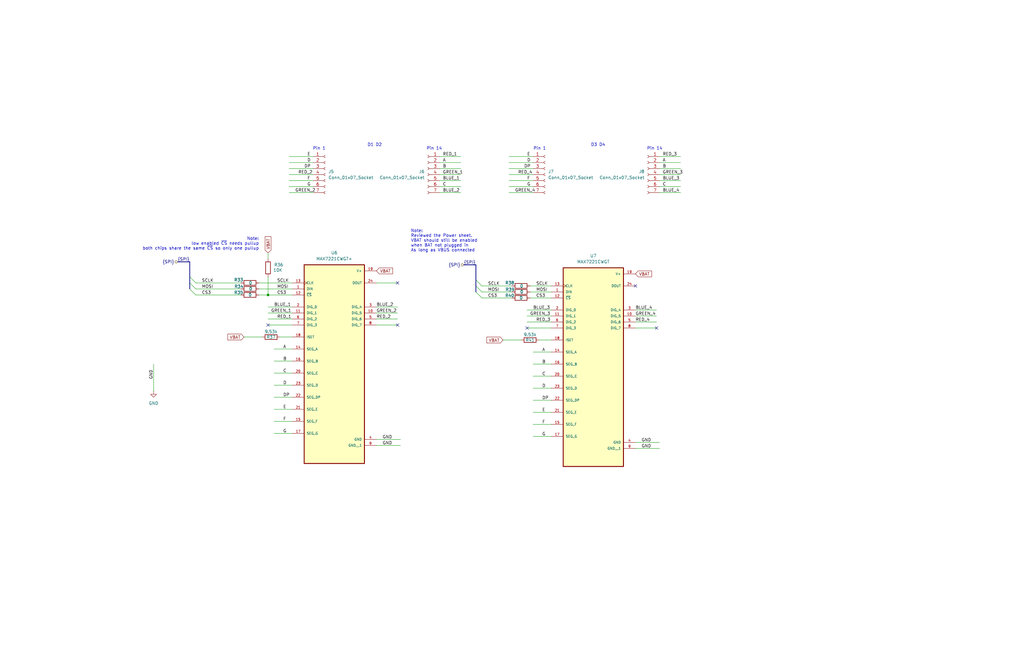
<source format=kicad_sch>
(kicad_sch (version 20231120) (generator "eeschema") (generator_version "8.0")
  (paper "B")
  (lib_symbols
    (symbol "Connector:Conn_01x07_Socket" (pin_names (offset 1.016) hide)
      (property "Reference" "J" (at 0 10.16 0))
      (property "Value" "Conn_01x07_Socket" (at 0 -10.16 0))
      (symbol "Conn_01x07_Socket_1_1"
        (arc (start 0 -7.112) (mid -0.5058 -7.62) (end 0 -8.128) (stroke (width 0.1524)))
        (arc (start 0 -4.572) (mid -0.5058 -5.08) (end 0 -5.588) (stroke (width 0.1524)))
        (arc (start 0 -2.032) (mid -0.5058 -2.54) (end 0 -3.048) (stroke (width 0.1524)))
        (polyline (pts (xy -1.27 -7.62) (xy -0.508 -7.62)) (stroke (width 0.1524)))
        (polyline (pts (xy -1.27 -5.08) (xy -0.508 -5.08)) (stroke (width 0.1524)))
        (polyline (pts (xy -1.27 -2.54) (xy -0.508 -2.54)) (stroke (width 0.1524)))
        (polyline (pts (xy -1.27 0) (xy -0.508 0)) (stroke (width 0.1524)))
        (polyline (pts (xy -1.27 2.54) (xy -0.508 2.54)) (stroke (width 0.1524)))
        (polyline (pts (xy -1.27 5.08) (xy -0.508 5.08)) (stroke (width 0.1524)))
        (polyline (pts (xy -1.27 7.62) (xy -0.508 7.62)) (stroke (width 0.1524)))
        (arc (start 0 0.508) (mid -0.5058 0) (end 0 -0.508) (stroke (width 0.1524)))
        (arc (start 0 3.048) (mid -0.5058 2.54) (end 0 2.032) (stroke (width 0.1524)))
        (arc (start 0 5.588) (mid -0.5058 5.08) (end 0 4.572) (stroke (width 0.1524)))
        (arc (start 0 8.128) (mid -0.5058 7.62) (end 0 7.112) (stroke (width 0.1524)))
        (pin passive line (at -5.08 7.62 0) (length 3.81) (name "Pin_1") (number "1"))
        (pin passive line (at -5.08 5.08 0) (length 3.81) (name "Pin_2") (number "2"))
        (pin passive line (at -5.08 2.54 0) (length 3.81) (name "Pin_3") (number "3"))
        (pin passive line (at -5.08 0 0) (length 3.81) (name "Pin_4") (number "4"))
        (pin passive line (at -5.08 -2.54 0) (length 3.81) (name "Pin_5") (number "5"))
        (pin passive line (at -5.08 -5.08 0) (length 3.81) (name "Pin_6") (number "6"))
        (pin passive line (at -5.08 -7.62 0) (length 3.81) (name "Pin_7") (number "7"))
      )
    )
    (symbol "Device:R" (pin_numbers hide) (pin_names (offset 0))
      (property "Reference" "R" (at 2.032 0 90))
      (property "Value" "R" (at 0 0 90))
      (symbol "R_0_1"
        (rectangle (start -1.016 -2.54) (end 1.016 2.54) (stroke (width 0.254)))
      )
      (symbol "R_1_1"
        (pin passive line (at 0 3.81 270) (length 1.27) (name "~") (number "1"))
        (pin passive line (at 0 -3.81 90) (length 1.27) (name "~") (number "2"))
      )
    )
    (symbol "digi_clock_sym:MAX7221CWGT" (pin_names (offset 1.016))
      (property "Reference" "U" (at -12.7 41.64 0))
      (property "Value" "MAX7221CWGT" (at -12.7 -47.18 0))
      (symbol "MAX7221CWGT_0_0"
        (rectangle (start -12.7 40.64) (end 12.7 -43.18) (stroke (width 0.41)) (fill (type background)))
        (pin input line (at -17.78 30.48 0) (length 5.08) (name "DIN") (number "1"))
        (pin bidirectional line (at 17.78 20.32 180) (length 5.08) (name "DIG_5") (number "10"))
        (pin bidirectional line (at -17.78 20.32 0) (length 5.08) (name "DIG_1") (number "11"))
        (pin input line (at -17.78 27.94 0) (length 5.08) (name "~{CS}") (number "12"))
        (pin input clock (at -17.78 33.02 0) (length 5.08) (name "CLK") (number "13"))
        (pin bidirectional line (at -17.78 5.08 0) (length 5.08) (name "SEG_A") (number "14"))
        (pin bidirectional line (at -17.78 -25.4 0) (length 5.08) (name "SEG_F") (number "15"))
        (pin bidirectional line (at -17.78 0 0) (length 5.08) (name "SEG_B") (number "16"))
        (pin bidirectional line (at -17.78 -30.48 0) (length 5.08) (name "SEG_G") (number "17"))
        (pin bidirectional line (at -17.78 10.16 0) (length 5.08) (name "ISET") (number "18"))
        (pin power_in line (at 17.78 38.1 180) (length 5.08) (name "V+") (number "19"))
        (pin bidirectional line (at -17.78 22.86 0) (length 5.08) (name "DIG_0") (number "2"))
        (pin bidirectional line (at -17.78 -5.08 0) (length 5.08) (name "SEG_C") (number "20"))
        (pin bidirectional line (at -17.78 -20.32 0) (length 5.08) (name "SEG_E") (number "21"))
        (pin bidirectional line (at -17.78 -15.24 0) (length 5.08) (name "SEG_DP") (number "22"))
        (pin bidirectional line (at -17.78 -10.16 0) (length 5.08) (name "SEG_D") (number "23"))
        (pin output line (at 17.78 33.02 180) (length 5.08) (name "DOUT") (number "24"))
        (pin bidirectional line (at 17.78 22.86 180) (length 5.08) (name "DIG_4") (number "3"))
        (pin power_in line (at 17.78 -33.02 180) (length 5.08) (name "GND") (number "4"))
        (pin bidirectional line (at 17.78 17.78 180) (length 5.08) (name "DIG_6") (number "5"))
        (pin bidirectional line (at -17.78 17.78 0) (length 5.08) (name "DIG_2") (number "6"))
        (pin bidirectional line (at -17.78 15.24 0) (length 5.08) (name "DIG_3") (number "7"))
        (pin bidirectional line (at 17.78 15.24 180) (length 5.08) (name "DIG_7") (number "8"))
        (pin power_in line (at 17.78 -35.56 180) (length 5.08) (name "GND__1") (number "9"))
      )
    )
    (symbol "power:GND" (power) (pin_numbers hide) (pin_names (offset 0) hide)
      (property "Value" "GND" (at 0 -3.81 0))
      (symbol "GND_0_1"
        (polyline (pts (xy 0 0) (xy 0 -1.27) (xy 1.27 -1.27) (xy 0 -2.54) (xy -1.27 -1.27) (xy 0 -1.27)))
      )
      (symbol "GND_1_1"
        (pin power_in line (at 0 0 270) (length 0) (name "~") (number "1"))
      )
    )
  )
  (junction (at 113.03 124.46))
  (no_connect (at 113.03 137.16))
  (no_connect (at 167.64 119.38))
  (no_connect (at 276.86 138.43))
  (no_connect (at 222.25 138.43))
  (no_connect (at 267.97 120.65))
  (no_connect (at 167.64 137.16))
  (bus_entry (at 200.66 118.11) (size 2.54 2.54))
  (bus_entry (at 200.66 123.19) (size 2.54 2.54))
  (bus_entry (at 200.66 120.65) (size 2.54 2.54))
  (bus_entry (at 80.01 119.38) (size 2.54 2.54))
  (bus_entry (at 80.01 116.84) (size 2.54 2.54))
  (bus_entry (at 80.01 121.92) (size 2.54 2.54))
  (wire (pts (xy 214.63 66.04) (xy 224.79 66.04)))
  (wire (pts (xy 113.03 134.62) (xy 123.19 134.62)))
  (wire (pts (xy 109.22 121.92) (xy 123.19 121.92)))
  (wire (pts (xy 113.03 124.46) (xy 123.19 124.46)))
  (wire (pts (xy 278.13 68.58) (xy 287.02 68.58)))
  (wire (pts (xy 121.92 66.04) (xy 132.08 66.04)))
  (wire (pts (xy 115.57 147.32) (xy 123.19 147.32)))
  (wire (pts (xy 278.13 76.2) (xy 287.02 76.2)))
  (wire (pts (xy 267.97 135.89) (xy 276.86 135.89)))
  (wire (pts (xy 115.57 162.56) (xy 123.19 162.56)))
  (wire (pts (xy 214.63 78.74) (xy 224.79 78.74)))
  (wire (pts (xy 109.22 124.46) (xy 113.03 124.46)))
  (wire (pts (xy 203.2 120.65) (xy 215.9 120.65)))
  (wire (pts (xy 113.03 106.68) (xy 113.03 109.22)))
  (bus (pts (xy 200.66 123.19) (xy 200.66 120.65)))
  (wire (pts (xy 115.57 172.72) (xy 123.19 172.72)))
  (wire (pts (xy 224.79 148.59) (xy 232.41 148.59)))
  (wire (pts (xy 278.13 81.28) (xy 287.02 81.28)))
  (wire (pts (xy 158.75 187.96) (xy 168.91 187.96)))
  (wire (pts (xy 121.92 81.28) (xy 132.08 81.28)))
  (wire (pts (xy 185.42 71.12) (xy 194.31 71.12)))
  (wire (pts (xy 115.57 157.48) (xy 123.19 157.48)))
  (wire (pts (xy 115.57 152.4) (xy 123.19 152.4)))
  (wire (pts (xy 224.79 153.67) (xy 232.41 153.67)))
  (wire (pts (xy 113.03 132.08) (xy 123.19 132.08)))
  (wire (pts (xy 224.79 158.75) (xy 232.41 158.75)))
  (wire (pts (xy 267.97 138.43) (xy 276.86 138.43)))
  (wire (pts (xy 203.2 125.73) (xy 215.9 125.73)))
  (wire (pts (xy 223.52 120.65) (xy 232.41 120.65)))
  (wire (pts (xy 113.03 116.84) (xy 113.03 124.46)))
  (wire (pts (xy 214.63 73.66) (xy 224.79 73.66)))
  (wire (pts (xy 158.75 132.08) (xy 167.64 132.08)))
  (wire (pts (xy 115.57 182.88) (xy 123.19 182.88)))
  (wire (pts (xy 185.42 76.2) (xy 194.31 76.2)))
  (wire (pts (xy 222.25 133.35) (xy 232.41 133.35)))
  (wire (pts (xy 214.63 81.28) (xy 224.79 81.28)))
  (bus (pts (xy 80.01 121.92) (xy 80.01 119.38)))
  (wire (pts (xy 212.09 143.51) (xy 219.71 143.51)))
  (wire (pts (xy 121.92 78.74) (xy 132.08 78.74)))
  (wire (pts (xy 158.75 185.42) (xy 168.91 185.42)))
  (wire (pts (xy 227.33 143.51) (xy 232.41 143.51)))
  (wire (pts (xy 121.92 76.2) (xy 132.08 76.2)))
  (wire (pts (xy 224.79 179.07) (xy 232.41 179.07)))
  (wire (pts (xy 82.55 119.38) (xy 101.6 119.38)))
  (wire (pts (xy 102.87 142.24) (xy 110.49 142.24)))
  (wire (pts (xy 214.63 76.2) (xy 224.79 76.2)))
  (wire (pts (xy 64.77 153.67) (xy 64.77 165.1)))
  (wire (pts (xy 82.55 124.46) (xy 101.6 124.46)))
  (wire (pts (xy 222.25 138.43) (xy 232.41 138.43)))
  (wire (pts (xy 82.55 121.92) (xy 101.6 121.92)))
  (bus (pts (xy 200.66 111.76) (xy 195.58 111.76)))
  (wire (pts (xy 113.03 137.16) (xy 123.19 137.16)))
  (wire (pts (xy 224.79 184.15) (xy 232.41 184.15)))
  (bus (pts (xy 200.66 120.65) (xy 200.66 118.11)))
  (bus (pts (xy 80.01 110.49) (xy 74.93 110.49)))
  (wire (pts (xy 158.75 137.16) (xy 167.64 137.16)))
  (wire (pts (xy 121.92 68.58) (xy 132.08 68.58)))
  (wire (pts (xy 185.42 78.74) (xy 194.31 78.74)))
  (wire (pts (xy 121.92 71.12) (xy 132.08 71.12)))
  (wire (pts (xy 185.42 68.58) (xy 194.31 68.58)))
  (wire (pts (xy 109.22 119.38) (xy 123.19 119.38)))
  (wire (pts (xy 267.97 186.69) (xy 278.13 186.69)))
  (bus (pts (xy 80.01 119.38) (xy 80.01 116.84)))
  (wire (pts (xy 267.97 189.23) (xy 278.13 189.23)))
  (wire (pts (xy 158.75 134.62) (xy 167.64 134.62)))
  (wire (pts (xy 278.13 66.04) (xy 287.02 66.04)))
  (wire (pts (xy 118.11 142.24) (xy 123.19 142.24)))
  (wire (pts (xy 121.92 73.66) (xy 132.08 73.66)))
  (wire (pts (xy 203.2 123.19) (xy 215.9 123.19)))
  (wire (pts (xy 223.52 123.19) (xy 232.41 123.19)))
  (wire (pts (xy 224.79 168.91) (xy 232.41 168.91)))
  (wire (pts (xy 278.13 73.66) (xy 287.02 73.66)))
  (wire (pts (xy 278.13 78.74) (xy 287.02 78.74)))
  (wire (pts (xy 185.42 66.04) (xy 194.31 66.04)))
  (wire (pts (xy 214.63 68.58) (xy 224.79 68.58)))
  (wire (pts (xy 158.75 119.38) (xy 167.64 119.38)))
  (wire (pts (xy 115.57 177.8) (xy 123.19 177.8)))
  (wire (pts (xy 115.57 167.64) (xy 123.19 167.64)))
  (wire (pts (xy 267.97 133.35) (xy 276.86 133.35)))
  (wire (pts (xy 158.75 129.54) (xy 167.64 129.54)))
  (wire (pts (xy 224.79 163.83) (xy 232.41 163.83)))
  (wire (pts (xy 185.42 73.66) (xy 194.31 73.66)))
  (wire (pts (xy 223.52 125.73) (xy 232.41 125.73)))
  (wire (pts (xy 267.97 130.81) (xy 276.86 130.81)))
  (wire (pts (xy 224.79 173.99) (xy 232.41 173.99)))
  (wire (pts (xy 113.03 129.54) (xy 123.19 129.54)))
  (wire (pts (xy 185.42 81.28) (xy 194.31 81.28)))
  (bus (pts (xy 80.01 116.84) (xy 80.01 110.49)))
  (wire (pts (xy 214.63 71.12) (xy 224.79 71.12)))
  (wire (pts (xy 222.25 130.81) (xy 232.41 130.81)))
  (wire (pts (xy 222.25 135.89) (xy 232.41 135.89)))
  (wire (pts (xy 278.13 71.12) (xy 287.02 71.12)))
  (bus (pts (xy 200.66 118.11) (xy 200.66 111.76)))
  (text "D3 D4" (at 252.222 61.214 0) (effects (font (size 1.27 1.27))))
  (text "Note:\nReviewed the Power sheet.\nVBAT should still be enabled \nwhen BAT not plugged in\nAs long as VBUS connected" (at 173.228 101.6 0) (effects (font (size 1.27 1.27)) (justify left)))
  (text "Pin 1" (at 227.584 62.738 0) (effects (font (size 1.27 1.27))))
  (text "Pin 14" (at 183.134 62.738 0) (effects (font (size 1.27 1.27))))
  (text "Note:\nlow enabled ~{CS} needs pullup\nboth chips share the same ~{CS} so only one pullup" (at 109.22 102.87 0) (effects (font (size 1.27 1.27)) (justify right)))
  (text "Pin 14" (at 276.098 62.738 0) (effects (font (size 1.27 1.27))))
  (text "Pin 1" (at 134.62 62.738 0) (effects (font (size 1.27 1.27))))
  (text "D1 D2" (at 157.988 61.214 0) (effects (font (size 1.27 1.27))))
  (label "GREEN_1" (at 114.3 132.08 0))
  (label "SCLK" (at 116.84 119.38 0))
  (label "F" (at 228.6 179.07 0))
  (label "G" (at 119.38 182.88 0))
  (label "C" (at 186.69 78.74 0))
  (label "SCLK" (at 85.09 119.38 0))
  (label "RED_2" (at 125.73 73.66 0))
  (label "A" (at 228.6 148.59 0))
  (label "DP" (at 119.38 167.64 0))
  (label "CS3" (at 205.74 125.73 0))
  (label "RED_1" (at 186.69 66.04 0))
  (label "RED_2" (at 158.75 134.62 0))
  (label "D" (at 228.6 163.83 0))
  (label "CS3" (at 226.06 125.73 0))
  (label "RED_3" (at 279.4 66.04 0))
  (label "GND" (at 270.51 186.69 0))
  (label "GND" (at 161.29 187.96 0))
  (label "C" (at 228.6 158.75 0))
  (label "MOSI" (at 226.06 123.19 0))
  (label "GREEN_3" (at 279.4 73.66 0))
  (label "A" (at 119.38 147.32 0))
  (label "GND" (at 64.77 160.02 90))
  (label "B" (at 279.4 71.12 0))
  (label "GREEN_3" (at 223.52 133.35 0))
  (label "BLUE_4" (at 267.97 130.81 0))
  (label "DP" (at 228.6 168.91 0))
  (label "A" (at 186.69 68.58 0))
  (label "MOSI" (at 116.84 121.92 0))
  (label "GND" (at 161.29 185.42 0))
  (label "E" (at 119.38 172.72 0))
  (label "DP" (at 128.27 71.12 0))
  (label "E" (at 228.6 173.99 0))
  (label "MOSI" (at 205.74 123.19 0))
  (label "MOSI" (at 85.09 121.92 0))
  (label "DP" (at 220.98 71.12 0))
  (label "CS3" (at 85.09 124.46 0))
  (label "BLUE_1" (at 115.57 129.54 0))
  (label "GREEN_4" (at 217.17 81.28 0))
  (label "G" (at 129.54 78.74 0))
  (label "{SPI}" (at 195.58 111.76 0))
  (label "RED_3" (at 226.06 135.89 0))
  (label "D" (at 222.25 68.58 0))
  (label "CS3" (at 116.84 124.46 0))
  (label "GREEN_2" (at 124.46 81.28 0))
  (label "E" (at 222.25 66.04 0))
  (label "D" (at 119.38 162.56 0))
  (label "GREEN_4" (at 267.97 133.35 0))
  (label "SCLK" (at 205.74 120.65 0))
  (label "B" (at 119.38 152.4 0))
  (label "SCLK" (at 226.06 120.65 0))
  (label "RED_4" (at 267.97 135.89 0))
  (label "GREEN_1" (at 186.69 73.66 0))
  (label "BLUE_3" (at 224.79 130.81 0))
  (label "BLUE_4" (at 279.4 81.28 0))
  (label "RED_1" (at 116.84 134.62 0))
  (label "GREEN_2" (at 158.75 132.08 0))
  (label "BLUE_2" (at 186.69 81.28 0))
  (label "GND" (at 270.51 189.23 0))
  (label "BLUE_1" (at 186.69 76.2 0))
  (label "F" (at 129.54 76.2 0))
  (label "C" (at 279.4 78.74 0))
  (label "BLUE_2" (at 158.75 129.54 0))
  (label "{SPI}" (at 74.93 110.49 0))
  (label "G" (at 222.25 78.74 0))
  (label "F" (at 222.25 76.2 0))
  (label "RED_4" (at 218.44 73.66 0))
  (label "D" (at 129.54 68.58 0))
  (label "C" (at 119.38 157.48 0))
  (label "B" (at 228.6 153.67 0))
  (label "B" (at 186.69 71.12 0))
  (label "BLUE_3" (at 279.4 76.2 0))
  (label "F" (at 119.38 177.8 0))
  (label "A" (at 279.4 68.58 0))
  (label "E" (at 129.54 66.04 0))
  (label "G" (at 228.6 184.15 0))
  (global_label "VBAT" (shape input) (at 158.75 114.3 0) (property "Intersheetrefs" "${INTERSHEET_REFS}" (effects (hide yes))))
  (global_label "VBAT" (shape input) (at 212.09 143.51 180) (property "Intersheetrefs" "${INTERSHEET_REFS}" (effects (hide yes))))
  (global_label "VBAT" (shape input) (at 102.87 142.24 180) (property "Intersheetrefs" "${INTERSHEET_REFS}" (effects (hide yes))))
  (global_label "VBAT" (shape input) (at 113.03 106.68 90) (property "Intersheetrefs" "${INTERSHEET_REFS}" (effects (hide yes))))
  (global_label "VBAT" (shape input) (at 267.97 115.57 0) (property "Intersheetrefs" "${INTERSHEET_REFS}" (effects (hide yes))))
  (hierarchical_label "{SPI}" (shape bidirectional) (at 74.93 110.49 180))
  (hierarchical_label "{SPI}" (shape bidirectional) (at 195.58 111.76 180))
  (symbol (lib_id "Device:R") (at 105.41 119.38 90) (unit 1)
    (property "Reference" "R33" (at 102.616 118.11 90) (effects (justify left)))
    (property "Value" "0" (at 104.902 120.142 90) (effects (justify right top)))
    (property "Footprint" "Library:0603-NO" (effects (hide yes)))
    (property "Datasheet" "https://www.yageo.com/upload/media/product/products/datasheet/rchip/PYu-RC_Group_51_RoHS_L_12.pdf" (effects (hide yes)))
    (property "Description" "0 Ohms Jumper Chip Resistor 0603 (1608 Metric) Moisture Resistant Thick Film" (effects (hide yes)))
    (property "Mfr" "YAGEO" (effects (hide yes)))
    (property "Mfr P/N" "RC0603JR-070RL" (effects (hide yes)))
    (property "Supplier_1" "Digikey" (effects (hide yes)))
    (property "Supplier_1 P/N" "311-0.0GRTR-ND" (effects (hide yes)))
    (property "Supplier_1 Unit Price" "0.10" (effects (hide yes)))
    (property "Supplier_1 Price @ Qty" "0.10" (effects (hide yes)))
  )
  (symbol (lib_id "Device:R") (at 219.71 120.65 90) (unit 1)
    (property "Reference" "R38" (at 216.916 119.38 90) (effects (justify left)))
    (property "Value" "0" (at 219.202 121.412 90) (effects (justify right top)))
    (property "Footprint" "Library:0603-NO" (effects (hide yes)))
    (property "Datasheet" "https://www.yageo.com/upload/media/product/products/datasheet/rchip/PYu-RC_Group_51_RoHS_L_12.pdf" (effects (hide yes)))
    (property "Description" "0 Ohms Jumper Chip Resistor 0603 (1608 Metric) Moisture Resistant Thick Film" (effects (hide yes)))
    (property "Mfr" "YAGEO" (effects (hide yes)))
    (property "Mfr P/N" "RC0603JR-070RL" (effects (hide yes)))
    (property "Supplier_1" "Digikey" (effects (hide yes)))
    (property "Supplier_1 P/N" "311-0.0GRTR-ND" (effects (hide yes)))
    (property "Supplier_1 Unit Price" "0.10" (effects (hide yes)))
    (property "Supplier_1 Price @ Qty" "0.10" (effects (hide yes)))
  )
  (symbol (lib_id "digi_clock_sym:MAX7221CWGT") (at 250.19 153.67 0) (unit 1)
    (property "Reference" "U7" (at 250.19 107.95 0))
    (property "Value" "MAX7221CWGT" (at 250.19 110.49 0))
    (property "Footprint" "Library:SOIC127P1032X265-24N" (effects (hide yes)))
    (property "Datasheet" "https://www.analog.com/media/en/technical-documentation/data-sheets/max7219-max7221.pdf" (effects (hide yes)))
    (property "Description" "IC DRVR 7 SEGMNT 8 DIGIT 24SOIC" (effects (hide yes)))
    (property "Mfr" "Analog Devices Inc./Maxim Integrated" (effects (hide yes)))
    (property "Mfr P/N" "MAX7219CWG+T" (effects (hide yes)))
    (property "Supplier 1" "Digikey" (effects (hide yes)))
    (property "Supplier 1 P/N" "MAX7219CWG+TTR-ND" (effects (hide yes)))
    (property "Supplier 1 Unit Price" "17.90000" (effects (hide yes)))
    (property "Supplier 1 Price @ Qty" "17.90000" (effects (hide yes)))
  )
  (symbol (lib_id "Device:R") (at 105.41 124.46 90) (unit 1)
    (property "Reference" "R35" (at 102.616 123.444 90) (effects (justify left)))
    (property "Value" "0" (at 106.172 123.6979 90) (effects (justify left bottom)))
    (property "Footprint" "Library:0603-NO" (effects (hide yes)))
    (property "Datasheet" "https://www.yageo.com/upload/media/product/products/datasheet/rchip/PYu-RC_Group_51_RoHS_L_12.pdf" (effects (hide yes)))
    (property "Description" "0 Ohms Jumper Chip Resistor 0603 (1608 Metric) Moisture Resistant Thick Film" (effects (hide yes)))
    (property "Mfr" "YAGEO" (effects (hide yes)))
    (property "Mfr P/N" "RC0603JR-070RL" (effects (hide yes)))
    (property "Supplier_1" "Digikey" (effects (hide yes)))
    (property "Supplier_1 P/N" "311-0.0GRTR-ND" (effects (hide yes)))
    (property "Supplier_1 Unit Price" "0.10" (effects (hide yes)))
    (property "Supplier_1 Price @ Qty" "0.10" (effects (hide yes)))
  )
  (symbol (lib_id "Device:R") (at 114.3 142.24 90) (unit 1)
    (property "Reference" "R37" (at 114.3 142.24 90))
    (property "Value" "9.53k" (at 114.3 139.954 90))
    (property "Footprint" "Library:0603-NO" (effects (hide yes)))
    (property "Datasheet" "https://www.bourns.com/docs/product-datasheets/cr.pdf?sfvrsn=574d41f6_14" (effects (hide yes)))
    (property "Description" "9.53 kOhms ±1% 0.1W, 1/10W Chip Resistor 0603 (1608 Metric) Moisture Resistant Thick Film" (effects (hide yes)))
    (property "Mfr" "Bourns Inc." (effects (hide yes)))
    (property "Mfr P/N" "CR0603-FX-9531ELF" (effects (hide yes)))
    (property "Supplier 1" "Digikey" (effects (hide yes)))
    (property "Supplier 1 P/N" " 118-CR0603-FX-9531ELFTR-ND " (effects (hide yes)))
    (property "Supplier 1 Unit Price" "0.10000" (effects (hide yes)))
    (property "Supplier 1 Price @ Qty" "0.10000" (effects (hide yes)))
  )
  (symbol (lib_id "Device:R") (at 219.71 123.19 90) (unit 1)
    (property "Reference" "R39" (at 213.106 122.174 90) (effects (justify right)))
    (property "Value" "0" (at 220.726 122.428 90) (effects (justify left bottom)))
    (property "Footprint" "Library:0603-NO" (effects (hide yes)))
    (property "Datasheet" "https://www.yageo.com/upload/media/product/products/datasheet/rchip/PYu-RC_Group_51_RoHS_L_12.pdf" (effects (hide yes)))
    (property "Description" "0 Ohms Jumper Chip Resistor 0603 (1608 Metric) Moisture Resistant Thick Film" (effects (hide yes)))
    (property "Mfr" "YAGEO" (effects (hide yes)))
    (property "Mfr P/N" "RC0603JR-070RL" (effects (hide yes)))
    (property "Supplier_1" "Digikey" (effects (hide yes)))
    (property "Supplier_1 P/N" "311-0.0GRTR-ND" (effects (hide yes)))
    (property "Supplier_1 Unit Price" "0.10" (effects (hide yes)))
    (property "Supplier_1 Price @ Qty" "0.10" (effects (hide yes)))
  )
  (symbol (lib_id "digi_clock_sym:MAX7221CWGT") (at 140.97 152.4 0) (unit 1)
    (property "Reference" "U6" (at 140.97 106.68 0))
    (property "Value" "MAX7221CWGT+" (at 140.97 109.22 0))
    (property "Footprint" "Library:SOIC127P1032X265-24N" (effects (hide yes)))
    (property "Datasheet" "https://www.analog.com/media/en/technical-documentation/data-sheets/max7219-max7221.pdf" (effects (hide yes)))
    (property "Description" "IC DRVR 7 SEGMNT 8 DIGIT 24SOIC" (effects (hide yes)))
    (property "Mfr" "Analog Devices Inc./Maxim Integrated" (effects (hide yes)))
    (property "Mfr P/N" "MAX7219CWG+T" (effects (hide yes)))
    (property "Supplier 1" "Digikey" (effects (hide yes)))
    (property "Supplier 1 P/N" "MAX7219CWG+TTR-ND" (effects (hide yes)))
    (property "Supplier 1 Unit Price" "17.90000" (effects (hide yes)))
    (property "Supplier 1 Price @ Qty" "17.90000" (effects (hide yes)))
  )
  (symbol (lib_id "Connector:Conn_01x07_Socket") (at 180.34 73.66 0) (mirror y) (unit 1)
    (property "Reference" "J6" (at 179.07 72.3899 0) (effects (justify left)))
    (property "Value" "Conn_01x07_Socket" (at 179.07 74.9299 0) (effects (justify left)))
    (property "Footprint" "Connector_PinHeader_2.54mm:PinHeader_1x07_P2.54mm_Vertical" (effects (hide yes)))
    (property "Description" "Generic connector, single row, 01x07, script generated" (effects (hide yes)))
  )
  (symbol (lib_id "Device:R") (at 223.52 143.51 90) (unit 1)
    (property "Reference" "R41" (at 223.52 143.51 90))
    (property "Value" "9.53k" (at 223.52 141.224 90))
    (property "Footprint" "Library:0603-NO" (effects (hide yes)))
    (property "Datasheet" "https://www.bourns.com/docs/product-datasheets/cr.pdf?sfvrsn=574d41f6_14" (effects (hide yes)))
    (property "Description" "9.53 kOhms ±1% 0.1W, 1/10W Chip Resistor 0603 (1608 Metric) Moisture Resistant Thick Film" (effects (hide yes)))
    (property "Mfr" "Bourns Inc." (effects (hide yes)))
    (property "Mfr P/N" "CR0603-FX-9531ELF" (effects (hide yes)))
    (property "Supplier 1" "Digikey" (effects (hide yes)))
    (property "Supplier 1 P/N" " 118-CR0603-FX-9531ELFTR-ND " (effects (hide yes)))
    (property "Supplier 1 Unit Price" "0.10000" (effects (hide yes)))
    (property "Supplier 1 Price @ Qty" "0.10000" (effects (hide yes)))
  )
  (symbol (lib_id "Connector:Conn_01x07_Socket") (at 273.05 73.66 0) (mirror y) (unit 1)
    (property "Reference" "J8" (at 271.78 72.3899 0) (effects (justify left)))
    (property "Value" "Conn_01x07_Socket" (at 271.78 74.9299 0) (effects (justify left)))
    (property "Footprint" "Connector_PinHeader_2.54mm:PinHeader_1x07_P2.54mm_Vertical" (effects (hide yes)))
    (property "Description" "Generic connector, single row, 01x07, script generated" (effects (hide yes)))
  )
  (symbol (lib_id "power:GND") (at 64.77 165.1 0) (unit 1)
    (property "Reference" "#PWR058" (effects (hide yes)))
    (property "Value" "GND" (at 64.77 170.18 0))
    (property "Description" "Power symbol creates a global label with name \"GND\" , ground" (effects (hide yes)))
  )
  (symbol (lib_id "Connector:Conn_01x07_Socket") (at 137.16 73.66 0) (unit 1)
    (property "Reference" "J5" (at 138.43 72.3899 0) (effects (justify left)))
    (property "Value" "Conn_01x07_Socket" (at 138.43 74.9299 0) (effects (justify left)))
    (property "Footprint" "Connector_PinHeader_2.54mm:PinHeader_1x07_P2.54mm_Vertical" (effects (hide yes)))
    (property "Description" "Generic connector, single row, 01x07, script generated" (effects (hide yes)))
  )
  (symbol (lib_id "Device:R") (at 219.71 125.73 90) (unit 1)
    (property "Reference" "R40" (at 216.916 124.714 90) (effects (justify left)))
    (property "Value" "0" (at 220.472 124.9679 90) (effects (justify left bottom)))
    (property "Footprint" "Library:0603-NO" (effects (hide yes)))
    (property "Datasheet" "https://www.yageo.com/upload/media/product/products/datasheet/rchip/PYu-RC_Group_51_RoHS_L_12.pdf" (effects (hide yes)))
    (property "Description" "0 Ohms Jumper Chip Resistor 0603 (1608 Metric) Moisture Resistant Thick Film" (effects (hide yes)))
    (property "Mfr" "YAGEO" (effects (hide yes)))
    (property "Mfr P/N" "RC0603JR-070RL" (effects (hide yes)))
    (property "Supplier_1" "Digikey" (effects (hide yes)))
    (property "Supplier_1 P/N" "311-0.0GRTR-ND" (effects (hide yes)))
    (property "Supplier_1 Unit Price" "0.10" (effects (hide yes)))
    (property "Supplier_1 Price @ Qty" "0.10" (effects (hide yes)))
  )
  (symbol (lib_id "Device:R") (at 113.03 113.03 0) (unit 1)
    (property "Reference" "R36" (at 115.57 111.7599 0) (effects (justify left)))
    (property "Value" "10K" (at 119.126 113.284 0) (effects (justify right top)))
    (property "Footprint" "Library:0603-NO" (effects (hide yes)))
    (property "Datasheet" "https://www.seielect.com/catalog/sei-rncp.pdf" (effects (hide yes)))
    (property "Description" "10 kOhms ±1% 0.125W, 1/8W Chip Resistor 0603 (1608 Metric) Anti-Sulfur Thin Film" (effects (hide yes)))
    (property "Mfr" "Stackpole Electronics Inc" (effects (hide yes)))
    (property "Mfr P/N" "RNCP0603FTD10K0" (effects (hide yes)))
    (property "Supplier_1" "Digikey" (effects (hide yes)))
    (property "Supplier_1 P/N" "RNCP0603FTD10K0CT-ND" (effects (hide yes)))
    (property "Supplier_1 Unit Price" "0.10" (effects (hide yes)))
    (property "Supplier_1 Price @ Qty" "0.0170" (effects (hide yes)))
  )
  (symbol (lib_id "Connector:Conn_01x07_Socket") (at 229.87 73.66 0) (unit 1)
    (property "Reference" "J7" (at 231.14 72.3899 0) (effects (justify left)))
    (property "Value" "Conn_01x07_Socket" (at 231.14 74.9299 0) (effects (justify left)))
    (property "Footprint" "Connector_PinHeader_2.54mm:PinHeader_1x07_P2.54mm_Vertical" (effects (hide yes)))
    (property "Description" "Generic connector, single row, 01x07, script generated" (effects (hide yes)))
  )
  (symbol (lib_id "Device:R") (at 105.41 121.92 90) (unit 1)
    (property "Reference" "R34" (at 98.806 120.904 90) (effects (justify right)))
    (property "Value" "0" (at 106.426 121.158 90) (effects (justify left bottom)))
    (property "Footprint" "Library:0603-NO" (effects (hide yes)))
    (property "Datasheet" "https://www.yageo.com/upload/media/product/products/datasheet/rchip/PYu-RC_Group_51_RoHS_L_12.pdf" (effects (hide yes)))
    (property "Description" "0 Ohms Jumper Chip Resistor 0603 (1608 Metric) Moisture Resistant Thick Film" (effects (hide yes)))
    (property "Mfr" "YAGEO" (effects (hide yes)))
    (property "Mfr P/N" "RC0603JR-070RL" (effects (hide yes)))
    (property "Supplier_1" "Digikey" (effects (hide yes)))
    (property "Supplier_1 P/N" "311-0.0GRTR-ND" (effects (hide yes)))
    (property "Supplier_1 Unit Price" "0.10" (effects (hide yes)))
    (property "Supplier_1 Price @ Qty" "0.10" (effects (hide yes)))
  )
)
</source>
